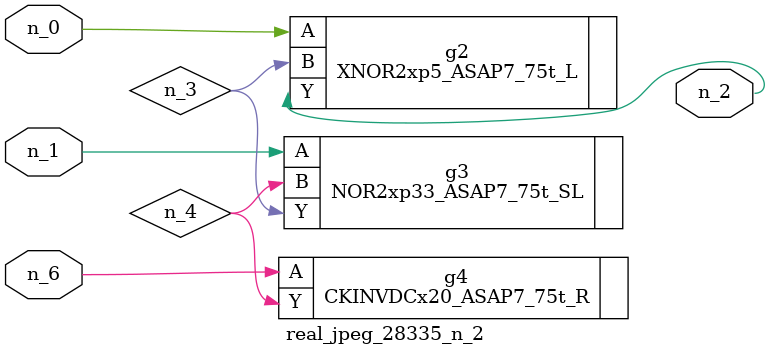
<source format=v>
module real_jpeg_28335_n_2 (n_6, n_1, n_0, n_2);

input n_6;
input n_1;
input n_0;

output n_2;

wire n_4;
wire n_3;

XNOR2xp5_ASAP7_75t_L g2 ( 
.A(n_0),
.B(n_3),
.Y(n_2)
);

NOR2xp33_ASAP7_75t_SL g3 ( 
.A(n_1),
.B(n_4),
.Y(n_3)
);

CKINVDCx20_ASAP7_75t_R g4 ( 
.A(n_6),
.Y(n_4)
);


endmodule
</source>
